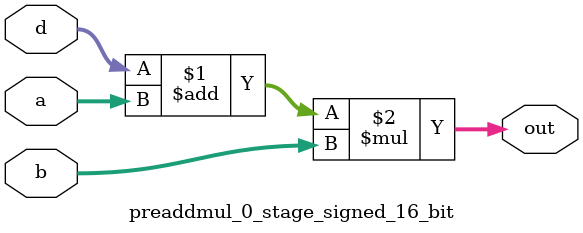
<source format=sv>
(* use_dsp = "yes" *) module preaddmul_0_stage_signed_16_bit(
	input signed [15:0] a,
	input signed [15:0] b,
	input signed [15:0] d,
	output [15:0] out
	);

	assign out = (d + a) * b;
endmodule

</source>
